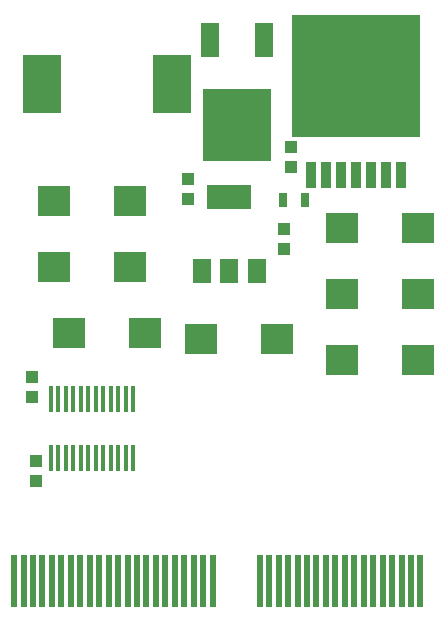
<source format=gtp>
G75*
%MOIN*%
%OFA0B0*%
%FSLAX25Y25*%
%IPPOS*%
%LPD*%
%AMOC8*
5,1,8,0,0,1.08239X$1,22.5*
%
%ADD10R,0.03937X0.04331*%
%ADD11R,0.03150X0.04724*%
%ADD12R,0.22835X0.24409*%
%ADD13R,0.06299X0.11811*%
%ADD14R,0.03600X0.08500*%
%ADD15R,0.42500X0.41000*%
%ADD16R,0.12992X0.19291*%
%ADD17R,0.14961X0.07874*%
%ADD18R,0.05906X0.07874*%
%ADD19R,0.01575X0.09055*%
%ADD20R,0.04331X0.03937*%
%ADD21R,0.02362X0.17717*%
%ADD22R,0.10906X0.10039*%
D10*
X0028700Y0075754D03*
X0028700Y0082446D03*
X0080500Y0141654D03*
X0080500Y0148346D03*
X0112730Y0131699D03*
X0112730Y0125006D03*
X0115000Y0152207D03*
X0115000Y0158900D03*
D11*
X0112361Y0141435D03*
X0119448Y0141435D03*
D12*
X0097000Y0166295D03*
D13*
X0088004Y0194563D03*
X0105996Y0194563D03*
D14*
X0121500Y0149811D03*
X0126500Y0149811D03*
X0131500Y0149811D03*
X0136500Y0149811D03*
X0141500Y0149811D03*
X0146500Y0149811D03*
X0151500Y0149811D03*
D15*
X0136500Y0182611D03*
D16*
X0075154Y0180000D03*
X0031846Y0180000D03*
D17*
X0094400Y0142402D03*
D18*
X0094400Y0117598D03*
X0085345Y0117598D03*
X0103455Y0117598D03*
D19*
X0062319Y0075124D03*
X0059819Y0075124D03*
X0057319Y0075124D03*
X0054819Y0075124D03*
X0052319Y0075124D03*
X0049819Y0075124D03*
X0047319Y0075124D03*
X0044819Y0075124D03*
X0042319Y0075124D03*
X0039819Y0075124D03*
X0037319Y0075124D03*
X0034819Y0075124D03*
X0034819Y0055439D03*
X0037319Y0055439D03*
X0039819Y0055439D03*
X0042319Y0055439D03*
X0044819Y0055439D03*
X0047319Y0055439D03*
X0049819Y0055439D03*
X0052319Y0055439D03*
X0054819Y0055439D03*
X0057319Y0055439D03*
X0059819Y0055439D03*
X0062319Y0055439D03*
D20*
X0029800Y0054246D03*
X0029800Y0047554D03*
D21*
X0022650Y0014449D03*
X0025799Y0014449D03*
X0028949Y0014449D03*
X0032098Y0014449D03*
X0035248Y0014449D03*
X0038398Y0014449D03*
X0041547Y0014449D03*
X0044697Y0014449D03*
X0047846Y0014449D03*
X0050996Y0014449D03*
X0054146Y0014449D03*
X0057295Y0014449D03*
X0060445Y0014449D03*
X0063594Y0014449D03*
X0066744Y0014449D03*
X0069894Y0014449D03*
X0073043Y0014449D03*
X0076193Y0014449D03*
X0079343Y0014449D03*
X0082492Y0014449D03*
X0085642Y0014449D03*
X0088791Y0014449D03*
X0104539Y0014449D03*
X0107689Y0014449D03*
X0110839Y0014449D03*
X0113988Y0014449D03*
X0117138Y0014449D03*
X0120287Y0014449D03*
X0123437Y0014449D03*
X0126587Y0014449D03*
X0129736Y0014449D03*
X0132886Y0014449D03*
X0136035Y0014449D03*
X0139185Y0014449D03*
X0142335Y0014449D03*
X0145484Y0014449D03*
X0148634Y0014449D03*
X0151783Y0014449D03*
X0154933Y0014449D03*
X0158083Y0014449D03*
D22*
X0157177Y0088000D03*
X0157177Y0110000D03*
X0157177Y0132000D03*
X0131823Y0132000D03*
X0131823Y0110000D03*
X0131823Y0088000D03*
X0110177Y0095000D03*
X0084823Y0095000D03*
X0066277Y0096900D03*
X0061177Y0119000D03*
X0061177Y0141000D03*
X0035823Y0141000D03*
X0035823Y0119000D03*
X0040923Y0096900D03*
M02*

</source>
